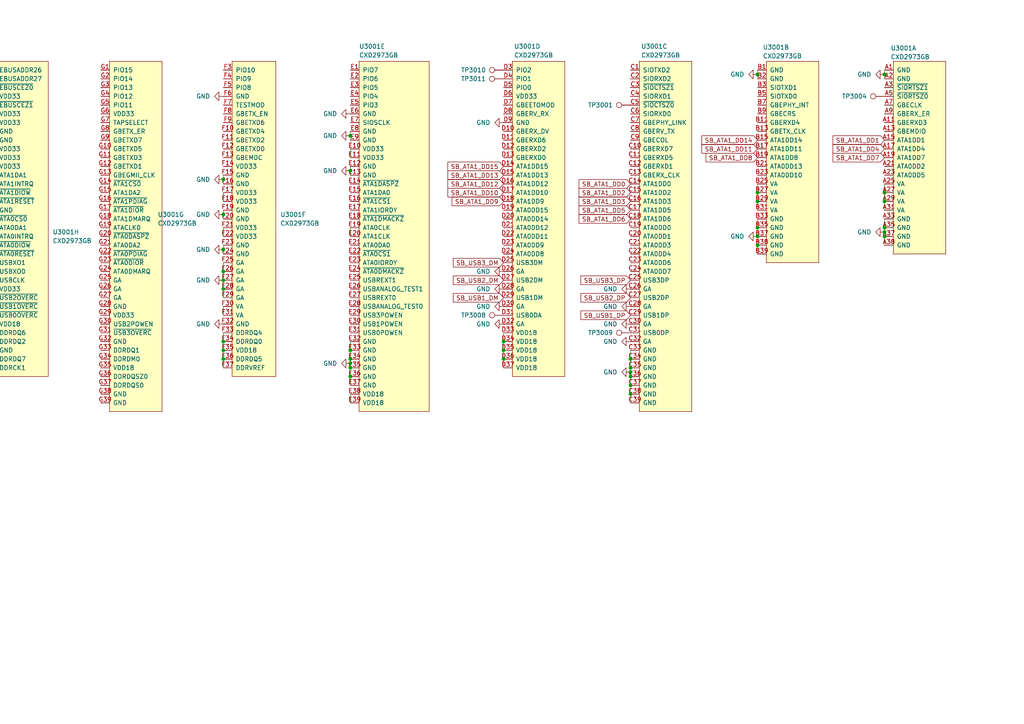
<source format=kicad_sch>
(kicad_sch (version 20231120) (generator "eeschema") (generator_version "8.0")
  (paper "A4")
  (junction (at 219.71 71.12))
  (junction (at 182.88 109.22))
  (junction (at 64.77 62.23))
  (junction (at 146.05 99.06))
  (junction (at 182.88 111.76))
  (junction (at 146.05 101.6))
  (junction (at 64.77 83.82))
  (junction (at 101.6 105.41))
  (junction (at 219.71 58.42))
  (junction (at 101.6 49.53))
  (junction (at 101.6 104.14))
  (junction (at 219.71 21.59))
  (junction (at 101.6 109.22))
  (junction (at 182.88 107.95))
  (junction (at 256.54 55.88))
  (junction (at 64.77 72.39))
  (junction (at 64.77 81.28))
  (junction (at 256.54 67.31))
  (junction (at 64.77 99.06))
  (junction (at 64.77 104.14))
  (junction (at 64.77 78.74))
  (junction (at 256.54 66.04))
  (junction (at 101.6 106.68))
  (junction (at 182.88 104.14))
  (junction (at 256.54 58.42))
  (junction (at 219.71 68.58))
  (junction (at 64.77 52.07))
  (junction (at 256.54 68.58))
  (junction (at 64.77 101.6))
  (junction (at 146.05 104.14))
  (junction (at 182.88 106.68))
  (junction (at 182.88 114.3))
  (junction (at 101.6 101.6))
  (junction (at 101.6 39.37))
  (junction (at 219.71 55.88))
  (junction (at 219.71 66.04))
  (junction (at 256.54 21.59))
  (wire (pts (xy 146.05 101.6) (xy 146.05 104.14)))
  (wire (pts (xy 219.71 21.59) (xy 219.71 22.86)))
  (wire (pts (xy 64.77 72.39) (xy 64.77 73.66)))
  (wire (pts (xy 219.71 55.88) (xy 219.71 58.42)))
  (wire (pts (xy 64.77 78.74) (xy 64.77 81.28)))
  (wire (pts (xy 256.54 58.42) (xy 256.54 60.96)))
  (wire (pts (xy 219.71 68.58) (xy 219.71 71.12)))
  (wire (pts (xy 182.88 104.14) (xy 182.88 106.68)))
  (wire (pts (xy 64.77 99.06) (xy 64.77 101.6)))
  (wire (pts (xy 64.77 62.23) (xy 64.77 63.5)))
  (wire (pts (xy 256.54 67.31) (xy 256.54 68.58)))
  (wire (pts (xy 64.77 81.28) (xy 64.77 83.82)))
  (wire (pts (xy 64.77 52.07) (xy 64.77 53.34)))
  (wire (pts (xy 182.88 114.3) (xy 182.88 116.84)))
  (wire (pts (xy 64.77 66.04) (xy 64.77 68.58)))
  (wire (pts (xy 101.6 104.14) (xy 101.6 105.41)))
  (wire (pts (xy 256.54 68.58) (xy 256.54 71.12)))
  (wire (pts (xy 256.54 20.32) (xy 256.54 21.59)))
  (wire (pts (xy 219.71 53.34) (xy 219.71 55.88)))
  (wire (pts (xy 64.77 96.52) (xy 64.77 99.06)))
  (wire (pts (xy 101.6 49.53) (xy 101.6 50.8)))
  (wire (pts (xy 101.6 106.68) (xy 101.6 109.22)))
  (wire (pts (xy 146.05 104.14) (xy 146.05 106.68)))
  (wire (pts (xy 64.77 83.82) (xy 64.77 86.36)))
  (wire (pts (xy 101.6 99.06) (xy 101.6 101.6)))
  (wire (pts (xy 64.77 60.96) (xy 64.77 62.23)))
  (wire (pts (xy 219.71 63.5) (xy 219.71 66.04)))
  (wire (pts (xy 101.6 105.41) (xy 101.6 106.68)))
  (wire (pts (xy 219.71 58.42) (xy 219.71 60.96)))
  (wire (pts (xy 64.77 88.9) (xy 64.77 91.44)))
  (wire (pts (xy 64.77 71.12) (xy 64.77 72.39)))
  (wire (pts (xy 101.6 48.26) (xy 101.6 49.53)))
  (wire (pts (xy 64.77 55.88) (xy 64.77 58.42)))
  (wire (pts (xy 64.77 50.8) (xy 64.77 52.07)))
  (wire (pts (xy 256.54 55.88) (xy 256.54 58.42)))
  (wire (pts (xy 182.88 106.68) (xy 182.88 107.95)))
  (wire (pts (xy 219.71 66.04) (xy 219.71 68.58)))
  (wire (pts (xy 219.71 71.12) (xy 219.71 73.66)))
  (wire (pts (xy 64.77 104.14) (xy 64.77 106.68)))
  (wire (pts (xy 101.6 43.18) (xy 101.6 45.72)))
  (wire (pts (xy 182.88 109.22) (xy 182.88 111.76)))
  (wire (pts (xy 182.88 111.76) (xy 182.88 114.3)))
  (wire (pts (xy 146.05 96.52) (xy 146.05 99.06)))
  (wire (pts (xy 64.77 101.6) (xy 64.77 104.14)))
  (wire (pts (xy 256.54 21.59) (xy 256.54 22.86)))
  (wire (pts (xy 101.6 114.3) (xy 101.6 116.84)))
  (wire (pts (xy 101.6 109.22) (xy 101.6 111.76)))
  (wire (pts (xy 182.88 107.95) (xy 182.88 109.22)))
  (wire (pts (xy 101.6 39.37) (xy 101.6 40.64)))
  (wire (pts (xy 219.71 20.32) (xy 219.71 21.59)))
  (wire (pts (xy 182.88 101.6) (xy 182.88 104.14)))
  (wire (pts (xy 101.6 101.6) (xy 101.6 104.14)))
  (wire (pts (xy 101.6 38.1) (xy 101.6 39.37)))
  (wire (pts (xy 256.54 53.34) (xy 256.54 55.88)))
  (wire (pts (xy 256.54 63.5) (xy 256.54 66.04)))
  (wire (pts (xy 64.77 76.2) (xy 64.77 78.74)))
  (wire (pts (xy 101.6 66.04) (xy 101.6 68.58)))
  (wire (pts (xy 256.54 66.04) (xy 256.54 67.31)))
  (wire (pts (xy 146.05 99.06) (xy 146.05 101.6)))
  (global_label "SB_ATA1_DD3" (shape input) (at 182.88 58.42 180) (property "Intersheetrefs" "${INTERSHEET_REFS}" (effects (hide yes))))
  (global_label "SB_EBUS_ADDR5" (shape input) (at -72.39 22.86 180) (property "Intersheetrefs" "${INTERSHEET_REFS}" (effects (hide yes))))
  (global_label "SB_EBUS_ADDR3" (shape input) (at -35.56 25.4 180) (property "Intersheetrefs" "${INTERSHEET_REFS}" (effects (hide yes))))
  (global_label "SB_ATA1_DD15" (shape input) (at 146.05 48.26 180) (property "Intersheetrefs" "${INTERSHEET_REFS}" (effects (hide yes))))
  (global_label "SB_USB3_DP" (shape input) (at 182.88 81.28 180) (property "Intersheetrefs" "${INTERSHEET_REFS}" (effects (hide yes))))
  (global_label "SB_EBUS_ADDR10" (shape input) (at -116.84 -10.16 180) (property "Intersheetrefs" "${INTERSHEET_REFS}" (effects (hide yes))))
  (global_label "SB_USB2_DM" (shape input) (at 146.05 81.28 180) (property "Intersheetrefs" "${INTERSHEET_REFS}" (effects (hide yes))))
  (global_label "SB_EBUS_ADDR16" (shape input) (at -116.84 5.08 180) (property "Intersheetrefs" "${INTERSHEET_REFS}" (effects (hide yes))))
  (global_label "SB_EBUS_ADDR7" (shape input) (at -105.41 22.86 180) (property "Intersheetrefs" "${INTERSHEET_REFS}" (effects (hide yes))))
  (global_label "SB_EBUS_ADDR4" (shape input) (at -72.39 20.32 180) (property "Intersheetrefs" "${INTERSHEET_REFS}" (effects (hide yes))))
  (global_label "SB_EBUS_ADDR14" (shape input) (at -116.84 0 180) (property "Intersheetrefs" "${INTERSHEET_REFS}" (effects (hide yes))))
  (global_label "SB_ATA1_DD0" (shape input) (at 182.88 53.34 180) (property "Intersheetrefs" "${INTERSHEET_REFS}" (effects (hide yes))))
  (global_label "SB_ATA1_DD10" (shape input) (at 146.05 55.88 180) (property "Intersheetrefs" "${INTERSHEET_REFS}" (effects (hide yes))))
  (global_label "SB_USB1_DP" (shape input) (at 182.88 91.44 180) (property "Intersheetrefs" "${INTERSHEET_REFS}" (effects (hide yes))))
  (global_label "SB_ATA1_DD8" (shape input) (at 219.71 45.72 180) (property "Intersheetrefs" "${INTERSHEET_REFS}" (effects (hide yes))))
  (global_label "SB_EBUS_ADDR6" (shape input) (at -105.41 20.32 180) (property "Intersheetrefs" "${INTERSHEET_REFS}" (effects (hide yes))))
  (global_label "SB_ATA1_DD1" (shape input) (at 256.54 40.64 180) (property "Intersheetrefs" "${INTERSHEET_REFS}" (effects (hide yes))))
  (global_label "SB_EBUS_ADDR13" (shape input) (at -116.84 -2.54 180) (property "Intersheetrefs" "${INTERSHEET_REFS}" (effects (hide yes))))
  (global_label "SB_EBUS_ADDR9" (shape input) (at -116.84 -12.7 180) (property "Intersheetrefs" "${INTERSHEET_REFS}" (effects (hide yes))))
  (global_label "SB_ATA1_DD12" (shape input) (at 146.05 53.34 180) (property "Intersheetrefs" "${INTERSHEET_REFS}" (effects (hide yes))))
  (global_label "SB_USB2_DP" (shape input) (at 182.88 86.36 180) (property "Intersheetrefs" "${INTERSHEET_REFS}" (effects (hide yes))))
  (global_label "SB_ATA1_DD9" (shape input) (at 146.05 58.42 180) (property "Intersheetrefs" "${INTERSHEET_REFS}" (effects (hide yes))))
  (global_label "SB_EBUS_ADDR0" (shape input) (at -35.56 27.94 180) (property "Intersheetrefs" "${INTERSHEET_REFS}" (effects (hide yes))))
  (global_label "SB_EBUS_ADDR8" (shape input) (at -116.84 -15.24 180) (property "Intersheetrefs" "${INTERSHEET_REFS}" (effects (hide yes))))
  (global_label "SB_ATA1_DD4" (shape input) (at 256.54 43.18 180) (property "Intersheetrefs" "${INTERSHEET_REFS}" (effects (hide yes))))
  (global_label "SB_EBUS_ADDR2" (shape input) (at -35.56 22.86 180) (property "Intersheetrefs" "${INTERSHEET_REFS}" (effects (hide yes))))
  (global_label "SB_EBUS_ADDR12" (shape input) (at -116.84 -5.08 180) (property "Intersheetrefs" "${INTERSHEET_REFS}" (effects (hide yes))))
  (global_label "SB_ATA1_DD5" (shape input) (at 182.88 60.96 180) (property "Intersheetrefs" "${INTERSHEET_REFS}" (effects (hide yes))))
  (global_label "SB_USB3_DM" (shape input) (at 146.05 76.2 180) (property "Intersheetrefs" "${INTERSHEET_REFS}" (effects (hide yes))))
  (global_label "SB_ATA1_DD14" (shape input) (at 219.71 40.64 180) (property "Intersheetrefs" "${INTERSHEET_REFS}" (effects (hide yes))))
  (global_label "SB_EBUS_ADDR17" (shape input) (at -105.41 25.4 180) (property "Intersheetrefs" "${INTERSHEET_REFS}" (effects (hide yes))))
  (global_label "SB_ATA1_DD6" (shape input) (at 182.88 63.5 180) (property "Intersheetrefs" "${INTERSHEET_REFS}" (effects (hide yes))))
  (global_label "SB_ATA1_DD13" (shape input) (at 146.05 50.8 180) (property "Intersheetrefs" "${INTERSHEET_REFS}" (effects (hide yes))))
  (global_label "SB_ATA1_DD11" (shape input) (at 219.71 43.18 180) (property "Intersheetrefs" "${INTERSHEET_REFS}" (effects (hide yes))))
  (global_label "SB_EBUS_ADDR1" (shape input) (at -35.56 20.32 180) (property "Intersheetrefs" "${INTERSHEET_REFS}" (effects (hide yes))))
  (global_label "SB_ATA1_DD7" (shape input) (at 256.54 45.72 180) (property "Intersheetrefs" "${INTERSHEET_REFS}" (effects (hide yes))))
  (global_label "SB_EBUS_ADDR11" (shape input) (at -116.84 -7.62 180) (property "Intersheetrefs" "${INTERSHEET_REFS}" (effects (hide yes))))
  (global_label "SB_USB1_DM" (shape input) (at 146.05 86.36 180) (property "Intersheetrefs" "${INTERSHEET_REFS}" (effects (hide yes))))
  (global_label "SB_ATA1_DD2" (shape input) (at 182.88 55.88 180) (property "Intersheetrefs" "${INTERSHEET_REFS}" (effects (hide yes))))
  (global_label "SB_EBUS_ADDR15" (shape input) (at -116.84 2.54 180) (property "Intersheetrefs" "${INTERSHEET_REFS}" (effects (hide yes))))
  (symbol (lib_id "PS3:CXD2973GB") (at -69.85 15.24 0) (unit 11)
    (property "Reference" "U3001" (at -52.07 62.2299 0) (effects (justify left)))
    (property "Value" "CXD2973GB" (at -52.07 64.7699 0) (effects (justify left)))
    (property "Footprint" "PS3:SouthBridge" (effects (hide yes)))
  )
  (symbol (lib_id "Connector:TestPoint") (at 146.05 20.32 90) (unit 1)
    (property "Reference" "TP3010" (at 140.97 20.32 90) (effects (justify left)))
    (property "Value" "TestPoint" (effects (hide yes)))
    (property "Footprint" "TestPoint:TestPoint_Pad_1.0x1.0mm" (effects (hide yes)))
    (property "Description" "test point" (effects (hide yes)))
  )
  (symbol (lib_id "power:GND") (at 182.88 107.95 270) (unit 1)
    (property "Reference" "#PWR0416" (effects (hide yes)))
    (property "Value" "GND" (at 179.07 107.9499 90) (effects (justify right)))
    (property "Description" "Power symbol creates a global label with name \"GND\" , ground" (effects (hide yes)))
  )
  (symbol (lib_id "PS3:CXD2973GB") (at 67.31 15.24 0) (unit 6)
    (property "Reference" "U3001" (at 81.28 62.2299 0) (effects (justify left)))
    (property "Value" "CXD2973GB" (at 81.28 64.7699 0) (effects (justify left)))
    (property "Footprint" "PS3:SouthBridge" (effects (hide yes)))
  )
  (symbol (lib_id "power:GND") (at 101.6 105.41 270) (unit 1)
    (property "Reference" "#PWR0418" (effects (hide yes)))
    (property "Value" "GND" (at 97.79 105.4099 90) (effects (justify right)))
    (property "Description" "Power symbol creates a global label with name \"GND\" , ground" (effects (hide yes)))
  )
  (symbol (lib_id "power:GND") (at 146.05 88.9 270) (unit 1)
    (property "Reference" "#PWR0430" (effects (hide yes)))
    (property "Value" "GND" (at 142.24 88.8999 90) (effects (justify right)))
    (property "Description" "Power symbol creates a global label with name \"GND\" , ground" (effects (hide yes)))
  )
  (symbol (lib_id "PS3:CXD2973GB") (at 31.75 15.24 0) (unit 7)
    (property "Reference" "U3001" (at 45.72 62.2299 0) (effects (justify left)))
    (property "Value" "CXD2973GB" (at 45.72 64.7699 0) (effects (justify left)))
    (property "Footprint" "PS3:SouthBridge" (effects (hide yes)))
  )
  (symbol (lib_id "power:GND") (at 64.77 52.07 270) (unit 1)
    (property "Reference" "#PWR0423" (effects (hide yes)))
    (property "Value" "GND" (at 60.96 52.0699 90) (effects (justify right)))
    (property "Description" "Power symbol creates a global label with name \"GND\" , ground" (effects (hide yes)))
  )
  (symbol (lib_id "power:GND") (at 182.88 88.9 270) (unit 1)
    (property "Reference" "#PWR0434" (effects (hide yes)))
    (property "Value" "GND" (at 179.07 88.8999 90) (effects (justify right)))
    (property "Description" "Power symbol creates a global label with name \"GND\" , ground" (effects (hide yes)))
  )
  (symbol (lib_id "power:GND") (at 64.77 93.98 270) (unit 1)
    (property "Reference" "#PWR0426" (effects (hide yes)))
    (property "Value" "GND" (at 60.96 93.9799 90) (effects (justify right)))
    (property "Description" "Power symbol creates a global label with name \"GND\" , ground" (effects (hide yes)))
  )
  (symbol (lib_id "PS3:CXD2973GB") (at 222.25 15.24 0) (unit 2)
    (property "Reference" "U3001" (at 221.234 13.716 0) (effects (justify left)))
    (property "Value" "CXD2973GB" (at 221.234 16.256 0) (effects (justify left)))
    (property "Footprint" "PS3:SouthBridge" (effects (hide yes)))
  )
  (symbol (lib_id "PS3:CXD2973GB") (at 259.08 15.24 0) (unit 1)
    (property "Reference" "U3001" (at 258.318 13.97 0) (effects (justify left)))
    (property "Value" "CXD2973GB" (at 258.318 16.51 0) (effects (justify left)))
    (property "Footprint" "PS3:SouthBridge" (effects (hide yes)))
  )
  (symbol (lib_id "power:GND") (at 146.05 78.74 270) (unit 1)
    (property "Reference" "#PWR0428" (effects (hide yes)))
    (property "Value" "GND" (at 142.24 78.7399 90) (effects (justify right)))
    (property "Description" "Power symbol creates a global label with name \"GND\" , ground" (effects (hide yes)))
  )
  (symbol (lib_id "power:GND") (at 256.54 21.59 270) (unit 1)
    (property "Reference" "#PWR0413" (effects (hide yes)))
    (property "Value" "GND" (at 252.73 21.5899 90) (effects (justify right)))
    (property "Description" "Power symbol creates a global label with name \"GND\" , ground" (effects (hide yes)))
  )
  (symbol (lib_id "power:GND") (at 64.77 62.23 270) (unit 1)
    (property "Reference" "#PWR0424" (effects (hide yes)))
    (property "Value" "GND" (at 60.96 62.2299 90) (effects (justify right)))
    (property "Description" "Power symbol creates a global label with name \"GND\" , ground" (effects (hide yes)))
  )
  (symbol (lib_id "PS3:CXD2973GB") (at -137.16 15.24 0) (unit 13)
    (property "Reference" "U3001" (at -119.38 62.2299 0) (effects (justify left)))
    (property "Value" "CXD2973GB" (at -119.38 64.7699 0) (effects (justify left)))
    (property "Footprint" "PS3:SouthBridge" (effects (hide yes)))
  )
  (symbol (lib_id "Connector:TestPoint") (at 182.88 30.48 90) (unit 1)
    (property "Reference" "TP3001" (at 177.8 30.48 90) (effects (justify left)))
    (property "Value" "TestPoint" (effects (hide yes)))
    (property "Footprint" "TestPoint:TestPoint_Pad_1.0x1.0mm" (effects (hide yes)))
    (property "Description" "test point" (effects (hide yes)))
  )
  (symbol (lib_id "power:GND") (at 219.71 21.59 270) (unit 1)
    (property "Reference" "#PWR0414" (effects (hide yes)))
    (property "Value" "GND" (at 215.9 21.5899 90) (effects (justify right)))
    (property "Description" "Power symbol creates a global label with name \"GND\" , ground" (effects (hide yes)))
  )
  (symbol (lib_id "power:GND") (at 182.88 83.82 270) (unit 1)
    (property "Reference" "#PWR0435" (effects (hide yes)))
    (property "Value" "GND" (at 179.07 83.8199 90) (effects (justify right)))
    (property "Description" "Power symbol creates a global label with name \"GND\" , ground" (effects (hide yes)))
  )
  (symbol (lib_id "power:GND") (at 64.77 81.28 270) (unit 1)
    (property "Reference" "#PWR0427" (effects (hide yes)))
    (property "Value" "GND" (at 60.96 81.2799 90) (effects (justify right)))
    (property "Description" "Power symbol creates a global label with name \"GND\" , ground" (effects (hide yes)))
  )
  (symbol (lib_id "Connector:TestPoint") (at 146.05 91.44 90) (unit 1)
    (property "Reference" "TP3008" (at 140.97 91.44 90) (effects (justify left)))
    (property "Value" "TestPoint" (effects (hide yes)))
    (property "Footprint" "TestPoint:TestPoint_Pad_1.0x1.0mm" (effects (hide yes)))
    (property "Description" "test point" (effects (hide yes)))
  )
  (symbol (lib_id "PS3:CXD2973GB") (at -1.27 15.24 0) (unit 8)
    (property "Reference" "U3001" (at 15.24 67.3099 0) (effects (justify left)))
    (property "Value" "CXD2973GB" (at 15.24 69.8499 0) (effects (justify left)))
    (property "Footprint" "PS3:SouthBridge" (effects (hide yes)))
  )
  (symbol (lib_id "Connector:TestPoint") (at 256.54 27.94 90) (unit 1)
    (property "Reference" "TP3004" (at 251.46 27.94 90) (effects (justify left)))
    (property "Value" "TestPoint" (effects (hide yes)))
    (property "Footprint" "TestPoint:TestPoint_Pad_1.0x1.0mm" (effects (hide yes)))
    (property "Description" "test point" (effects (hide yes)))
  )
  (symbol (lib_id "power:GND") (at 146.05 83.82 270) (unit 1)
    (property "Reference" "#PWR0429" (effects (hide yes)))
    (property "Value" "GND" (at 142.24 83.8199 90) (effects (justify right)))
    (property "Description" "Power symbol creates a global label with name \"GND\" , ground" (effects (hide yes)))
  )
  (symbol (lib_id "Connector:TestPoint") (at 182.88 96.52 90) (unit 1)
    (property "Reference" "TP3009" (at 177.8 96.52 90) (effects (justify left)))
    (property "Value" "TestPoint" (effects (hide yes)))
    (property "Footprint" "TestPoint:TestPoint_Pad_1.0x1.0mm" (effects (hide yes)))
    (property "Description" "test point" (effects (hide yes)))
  )
  (symbol (lib_id "power:GND") (at 146.05 35.56 270) (unit 1)
    (property "Reference" "#PWR0417" (effects (hide yes)))
    (property "Value" "GND" (at 142.24 35.5599 90) (effects (justify right)))
    (property "Description" "Power symbol creates a global label with name \"GND\" , ground" (effects (hide yes)))
  )
  (symbol (lib_id "power:GND") (at 182.88 99.06 270) (unit 1)
    (property "Reference" "#PWR0432" (effects (hide yes)))
    (property "Value" "GND" (at 179.07 99.0599 90) (effects (justify right)))
    (property "Description" "Power symbol creates a global label with name \"GND\" , ground" (effects (hide yes)))
  )
  (symbol (lib_id "PS3:CXD2973GB") (at 148.59 15.24 0) (unit 4)
    (property "Reference" "U3001" (at 149.098 13.462 0) (effects (justify left)))
    (property "Value" "CXD2973GB" (at 149.098 16.002 0) (effects (justify left)))
    (property "Footprint" "PS3:SouthBridge" (effects (hide yes)))
  )
  (symbol (lib_id "PS3:CXD2973GB") (at 185.42 15.24 0) (unit 3)
    (property "Reference" "U3001" (at 185.928 13.462 0) (effects (justify left)))
    (property "Value" "CXD2973GB" (at 185.928 16.002 0) (effects (justify left)))
    (property "Footprint" "PS3:SouthBridge" (effects (hide yes)))
  )
  (symbol (lib_id "PS3:CXD2973GB") (at -33.02 15.24 0) (unit 10)
    (property "Reference" "U3001" (at -15.24 62.2299 0) (effects (justify left)))
    (property "Value" "CXD2973GB" (at -15.24 64.7699 0) (effects (justify left)))
    (property "Footprint" "PS3:SouthBridge" (effects (hide yes)))
  )
  (symbol (lib_id "power:GND") (at 101.6 49.53 270) (unit 1)
    (property "Reference" "#PWR0419" (effects (hide yes)))
    (property "Value" "GND" (at 97.79 49.5299 90) (effects (justify right)))
    (property "Description" "Power symbol creates a global label with name \"GND\" , ground" (effects (hide yes)))
  )
  (symbol (lib_id "power:GND") (at 182.88 93.98 270) (unit 1)
    (property "Reference" "#PWR0433" (effects (hide yes)))
    (property "Value" "GND" (at 179.07 93.9799 90) (effects (justify right)))
    (property "Description" "Power symbol creates a global label with name \"GND\" , ground" (effects (hide yes)))
  )
  (symbol (lib_id "power:GND") (at 64.77 27.94 270) (unit 1)
    (property "Reference" "#PWR0422" (effects (hide yes)))
    (property "Value" "GND" (at 60.96 27.9399 90) (effects (justify right)))
    (property "Description" "Power symbol creates a global label with name \"GND\" , ground" (effects (hide yes)))
  )
  (symbol (lib_id "PS3:CXD2973GB") (at -172.72 15.24 0) (unit 14)
    (property "Reference" "U3001" (at -154.94 67.3099 0) (effects (justify left)))
    (property "Value" "CXD2973GB" (at -154.94 69.8499 0) (effects (justify left)))
    (property "Footprint" "PS3:SouthBridge" (effects (hide yes)))
  )
  (symbol (lib_id "power:GND") (at 101.6 39.37 270) (unit 1)
    (property "Reference" "#PWR0420" (effects (hide yes)))
    (property "Value" "GND" (at 97.79 39.3699 90) (effects (justify right)))
    (property "Description" "Power symbol creates a global label with name \"GND\" , ground" (effects (hide yes)))
  )
  (symbol (lib_id "power:GND") (at 146.05 93.98 270) (unit 1)
    (property "Reference" "#PWR0431" (effects (hide yes)))
    (property "Value" "GND" (at 142.24 93.9799 90) (effects (justify right)))
    (property "Description" "Power symbol creates a global label with name \"GND\" , ground" (effects (hide yes)))
  )
  (symbol (lib_id "power:GND") (at 101.6 33.02 270) (unit 1)
    (property "Reference" "#PWR0421" (effects (hide yes)))
    (property "Value" "GND" (at 97.79 33.0199 90) (effects (justify right)))
    (property "Description" "Power symbol creates a global label with name \"GND\" , ground" (effects (hide yes)))
  )
  (symbol (lib_id "power:GND") (at 64.77 72.39 270) (unit 1)
    (property "Reference" "#PWR0425" (effects (hide yes)))
    (property "Value" "GND" (at 60.96 72.3899 90) (effects (justify right)))
    (property "Description" "Power symbol creates a global label with name \"GND\" , ground" (effects (hide yes)))
  )
  (symbol (lib_id "PS3:CXD2973GB") (at -102.87 15.24 0) (unit 12)
    (property "Reference" "U3001" (at -85.09 67.3099 0) (effects (justify left)))
    (property "Value" "CXD2973GB" (at -85.09 69.8499 0) (effects (justify left)))
    (property "Footprint" "PS3:SouthBridge" (effects (hide yes)))
  )
  (symbol (lib_id "power:GND") (at 219.71 68.58 270) (unit 1)
    (property "Reference" "#PWR0415" (effects (hide yes)))
    (property "Value" "GND" (at 215.9 68.5799 90) (effects (justify right)))
    (property "Description" "Power symbol creates a global label with name \"GND\" , ground" (effects (hide yes)))
  )
  (symbol (lib_id "Connector:TestPoint") (at 146.05 22.86 90) (unit 1)
    (property "Reference" "TP3011" (at 140.97 22.86 90) (effects (justify left)))
    (property "Value" "TestPoint" (effects (hide yes)))
    (property "Footprint" "TestPoint:TestPoint_Pad_1.0x1.0mm" (effects (hide yes)))
    (property "Description" "test point" (effects (hide yes)))
  )
  (symbol (lib_id "power:GND") (at 256.54 67.31 270) (unit 1)
    (property "Reference" "#PWR0401" (effects (hide yes)))
    (property "Value" "GND" (at 252.73 67.3099 90) (effects (justify right)))
    (property "Description" "Power symbol creates a global label with name \"GND\" , ground" (effects (hide yes)))
  )
  (symbol (lib_id "PS3:CXD2973GB") (at 104.14 15.24 0) (unit 5)
    (property "Reference" "U3001" (at 104.14 13.462 0) (effects (justify left)))
    (property "Value" "CXD2973GB" (at 104.14 16.002 0) (effects (justify left)))
    (property "Footprint" "PS3:SouthBridge" (effects (hide yes)))
  )
)
</source>
